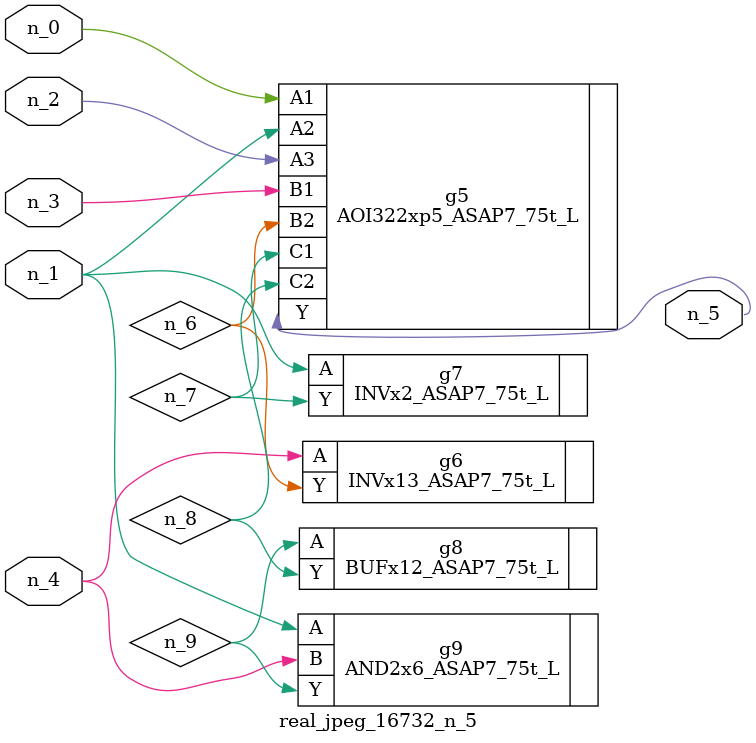
<source format=v>
module real_jpeg_16732_n_5 (n_4, n_0, n_1, n_2, n_3, n_5);

input n_4;
input n_0;
input n_1;
input n_2;
input n_3;

output n_5;

wire n_8;
wire n_6;
wire n_7;
wire n_9;

AOI322xp5_ASAP7_75t_L g5 ( 
.A1(n_0),
.A2(n_1),
.A3(n_2),
.B1(n_3),
.B2(n_6),
.C1(n_7),
.C2(n_8),
.Y(n_5)
);

INVx2_ASAP7_75t_L g7 ( 
.A(n_1),
.Y(n_7)
);

AND2x6_ASAP7_75t_L g9 ( 
.A(n_1),
.B(n_4),
.Y(n_9)
);

INVx13_ASAP7_75t_L g6 ( 
.A(n_4),
.Y(n_6)
);

BUFx12_ASAP7_75t_L g8 ( 
.A(n_9),
.Y(n_8)
);


endmodule
</source>
